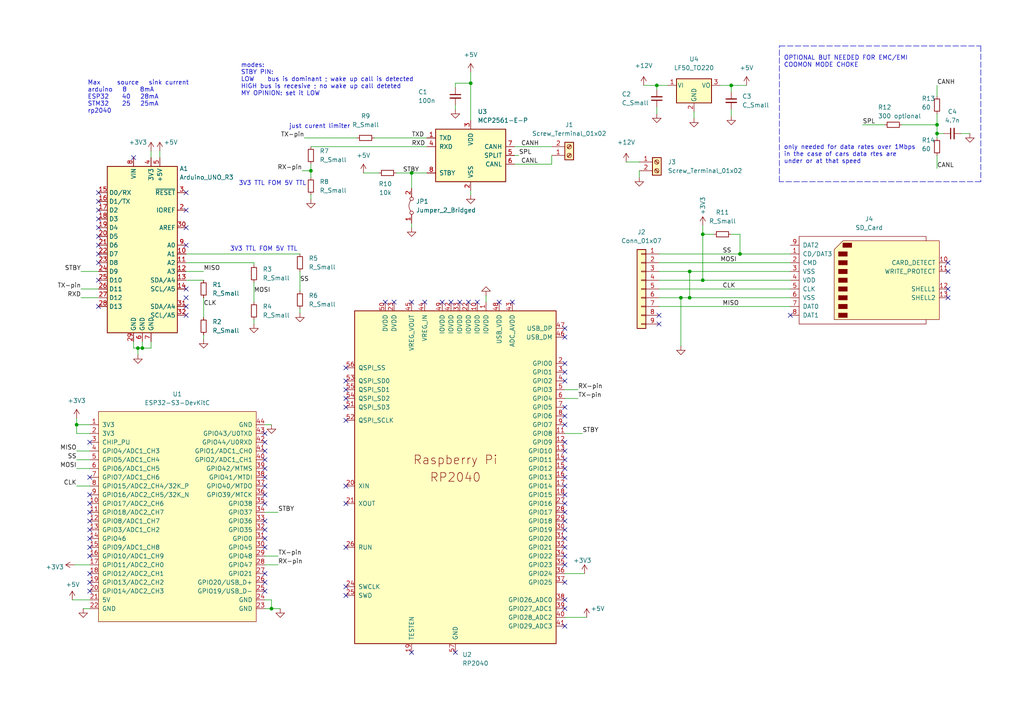
<source format=kicad_sch>
(kicad_sch (version 20211123) (generator eeschema)
  (paper "A4")
  (lib_symbols
    (symbol "Connector:SD_Card" (pin_names (offset 1.016))
      (property "Reference" "J" (at -16.51 13.97 0))
      (property "Value" "SD_Card" (at 15.24 -13.97 0))
      (symbol "SD_Card_0_1"
        (rectangle (start -8.89 -9.525) (end -6.35 -10.795) (fill (type outline)))
        (rectangle (start -8.89 -6.985) (end -6.35 -8.255) (fill (type outline)))
        (rectangle (start -8.89 -4.445) (end -6.35 -5.715) (fill (type outline)))
        (rectangle (start -8.89 -1.905) (end -6.35 -3.175) (fill (type outline)))
        (rectangle (start -8.89 0.635) (end -6.35 -0.635) (fill (type outline)))
        (rectangle (start -8.89 3.175) (end -6.35 1.905) (fill (type outline)))
        (rectangle (start -8.89 5.715) (end -6.35 4.445) (fill (type outline)))
        (rectangle (start -8.89 8.255) (end -6.35 6.985) (fill (type outline)))
        (rectangle (start -7.62 10.795) (end -5.08 9.525) (fill (type outline)))
        (polyline (pts (xy -10.16 8.89) (xy -7.62 11.43) (xy 20.32 11.43) (xy 20.32 -11.43) (xy -10.16 -11.43) (xy -10.16 8.89)) (fill (type background)))
        (polyline (pts (xy 16.51 11.43) (xy 16.51 12.7) (xy -20.32 12.7) (xy -20.32 -12.7) (xy 16.51 -12.7) (xy 16.51 -11.43)))
      )
      (symbol "SD_Card_1_1"
        (pin input line (at -22.86 7.62 0) (length 2.54) (name "CD/DAT3") (number "1"))
        (pin input line (at 22.86 5.08 180) (length 2.54) (name "CARD_DETECT") (number "10"))
        (pin input line (at 22.86 2.54 180) (length 2.54) (name "WRITE_PROTECT") (number "11"))
        (pin input line (at 22.86 -2.54 180) (length 2.54) (name "SHELL1") (number "12"))
        (pin input line (at 22.86 -5.08 180) (length 2.54) (name "SHELL2") (number "13"))
        (pin input line (at -22.86 5.08 0) (length 2.54) (name "CMD") (number "2"))
        (pin power_in line (at -22.86 2.54 0) (length 2.54) (name "VSS") (number "3"))
        (pin power_in line (at -22.86 0 0) (length 2.54) (name "VDD") (number "4"))
        (pin input line (at -22.86 -2.54 0) (length 2.54) (name "CLK") (number "5"))
        (pin power_in line (at -22.86 -5.08 0) (length 2.54) (name "VSS") (number "6"))
        (pin input line (at -22.86 -7.62 0) (length 2.54) (name "DAT0") (number "7"))
        (pin input line (at -22.86 -10.16 0) (length 2.54) (name "DAT1") (number "8"))
        (pin input line (at -22.86 10.16 0) (length 2.54) (name "DAT2") (number "9"))
      )
    )
    (symbol "Connector:Screw_Terminal_01x02" (pin_names (offset 1.016) hide)
      (property "Reference" "J" (at 0 2.54 0))
      (property "Value" "Screw_Terminal_01x02" (at 0 -5.08 0))
      (symbol "Screw_Terminal_01x02_1_1"
        (rectangle (start -1.27 1.27) (end 1.27 -3.81) (stroke (width 0.254)) (fill (type background)))
        (circle (center 0 -2.54) (radius 0.635) (stroke (width 0.1524)))
        (polyline (pts (xy -0.5334 -2.2098) (xy 0.3302 -3.048)) (stroke (width 0.1524)))
        (polyline (pts (xy -0.5334 0.3302) (xy 0.3302 -0.508)) (stroke (width 0.1524)))
        (polyline (pts (xy -0.3556 -2.032) (xy 0.508 -2.8702)) (stroke (width 0.1524)))
        (polyline (pts (xy -0.3556 0.508) (xy 0.508 -0.3302)) (stroke (width 0.1524)))
        (circle (center 0 0) (radius 0.635) (stroke (width 0.1524)))
        (pin passive line (at -5.08 0 0) (length 3.81) (name "Pin_1") (number "1"))
        (pin passive line (at -5.08 -2.54 0) (length 3.81) (name "Pin_2") (number "2"))
      )
    )
    (symbol "Connector_Generic:Conn_01x09" (pin_names (offset 1.016) hide)
      (property "Reference" "J" (at 0 12.7 0))
      (property "Value" "Conn_01x09" (at 0 -12.7 0))
      (symbol "Conn_01x09_1_1"
        (rectangle (start -1.27 -10.033) (end 0 -10.287) (stroke (width 0.1524)))
        (rectangle (start -1.27 -7.493) (end 0 -7.747) (stroke (width 0.1524)))
        (rectangle (start -1.27 -4.953) (end 0 -5.207) (stroke (width 0.1524)))
        (rectangle (start -1.27 -2.413) (end 0 -2.667) (stroke (width 0.1524)))
        (rectangle (start -1.27 0.127) (end 0 -0.127) (stroke (width 0.1524)))
        (rectangle (start -1.27 2.667) (end 0 2.413) (stroke (width 0.1524)))
        (rectangle (start -1.27 5.207) (end 0 4.953) (stroke (width 0.1524)))
        (rectangle (start -1.27 7.747) (end 0 7.493) (stroke (width 0.1524)))
        (rectangle (start -1.27 10.287) (end 0 10.033) (stroke (width 0.1524)))
        (rectangle (start -1.27 11.43) (end 1.27 -11.43) (stroke (width 0.254)) (fill (type background)))
        (pin passive line (at -5.08 10.16 0) (length 3.81) (name "Pin_1") (number "1"))
        (pin passive line (at -5.08 7.62 0) (length 3.81) (name "Pin_2") (number "2"))
        (pin passive line (at -5.08 5.08 0) (length 3.81) (name "Pin_3") (number "3"))
        (pin passive line (at -5.08 2.54 0) (length 3.81) (name "Pin_4") (number "4"))
        (pin passive line (at -5.08 0 0) (length 3.81) (name "Pin_5") (number "5"))
        (pin passive line (at -5.08 -2.54 0) (length 3.81) (name "Pin_6") (number "6"))
        (pin passive line (at -5.08 -5.08 0) (length 3.81) (name "Pin_7") (number "7"))
        (pin passive line (at -5.08 -7.62 0) (length 3.81) (name "Pin_8") (number "8"))
        (pin passive line (at -5.08 -10.16 0) (length 3.81) (name "Pin_9") (number "9"))
      )
    )
    (symbol "Device:C_Small" (pin_numbers hide) (pin_names (offset 0.254) hide)
      (property "Reference" "C" (at 0.254 1.778 0))
      (property "Value" "C_Small" (at 0.254 -2.032 0))
      (symbol "C_Small_0_1"
        (polyline (pts (xy -1.524 -0.508) (xy 1.524 -0.508)) (stroke (width 0.3302)))
        (polyline (pts (xy -1.524 0.508) (xy 1.524 0.508)) (stroke (width 0.3048)))
      )
      (symbol "C_Small_1_1"
        (pin passive line (at 0 2.54 270) (length 2.032) (name "~") (number "1"))
        (pin passive line (at 0 -2.54 90) (length 2.032) (name "~") (number "2"))
      )
    )
    (symbol "Device:R_Small" (pin_numbers hide) (pin_names (offset 0.254) hide)
      (property "Reference" "R" (at 0.762 0.508 0))
      (property "Value" "R_Small" (at 0.762 -1.016 0))
      (symbol "R_Small_0_1"
        (rectangle (start -0.762 1.778) (end 0.762 -1.778) (stroke (width 0.2032)))
      )
      (symbol "R_Small_1_1"
        (pin passive line (at 0 2.54 270) (length 0.762) (name "~") (number "1"))
        (pin passive line (at 0 -2.54 90) (length 0.762) (name "~") (number "2"))
      )
    )
    (symbol "Espressif:ESP32-S3-DevKitC" (pin_names (offset 1.016))
      (property "Reference" "U" (at -2.54 30.48 0))
      (property "Value" "ESP32-S3-DevKitC" (at 1.27 -33.02 0))
      (symbol "ESP32-S3-DevKitC_0_0"
        (pin bidirectional line (at -25.4 -7.62 0) (length 2.54) (name "GPIO46") (number "14"))
        (pin bidirectional line (at -25.4 -20.32 0) (length 2.54) (name "GPIO13/ADC2_CH2") (number "19"))
        (pin power_in line (at -25.4 22.86 0) (length 2.54) (name "3V3") (number "2"))
        (pin bidirectional line (at 25.4 12.7 180) (length 2.54) (name "GPIO42/MTMS") (number "39"))
        (pin bidirectional line (at 25.4 15.24 180) (length 2.54) (name "GPIO2/ADC1_CH1") (number "40"))
        (pin bidirectional line (at 25.4 17.78 180) (length 2.54) (name "GPIO1/ADC1_CH0") (number "41"))
        (pin bidirectional line (at 25.4 20.32 180) (length 2.54) (name "GPIO44/U0RXD") (number "42"))
        (pin bidirectional line (at 25.4 22.86 180) (length 2.54) (name "GPIO43/U0TXD") (number "43"))
        (pin power_in line (at 25.4 25.4 180) (length 2.54) (name "GND") (number "44"))
      )
      (symbol "ESP32-S3-DevKitC_0_1"
        (rectangle (start 22.86 -31.75) (end -22.86 29.21) (fill (type background)))
      )
      (symbol "ESP32-S3-DevKitC_1_1"
        (pin power_in line (at -25.4 25.4 0) (length 2.54) (name "3V3") (number "1"))
        (pin bidirectional line (at -25.4 2.54 0) (length 2.54) (name "GPIO17/ADC2_CH6") (number "10"))
        (pin bidirectional line (at -25.4 0 0) (length 2.54) (name "GPIO18/ADC2_CH7") (number "11"))
        (pin bidirectional line (at -25.4 -2.54 0) (length 2.54) (name "GPIO8/ADC1_CH7") (number "12"))
        (pin bidirectional line (at -25.4 -5.08 0) (length 2.54) (name "GPIO3/ADC1_CH2") (number "13"))
        (pin bidirectional line (at -25.4 -10.16 0) (length 2.54) (name "GPIO9/ADC1_CH8") (number "15"))
        (pin bidirectional line (at -25.4 -12.7 0) (length 2.54) (name "GPIO10/ADC1_CH9") (number "16"))
        (pin bidirectional line (at -25.4 -15.24 0) (length 2.54) (name "GPIO11/ADC2_CH0") (number "17"))
        (pin bidirectional line (at -25.4 -17.78 0) (length 2.54) (name "GPIO12/ADC2_CH1") (number "18"))
        (pin bidirectional line (at -25.4 -22.86 0) (length 2.54) (name "GPIO14/ADC2_CH3") (number "20"))
        (pin power_in line (at -25.4 -25.4 0) (length 2.54) (name "5V") (number "21"))
        (pin power_in line (at -25.4 -27.94 0) (length 2.54) (name "GND") (number "22"))
        (pin power_in line (at 25.4 -27.94 180) (length 2.54) (name "GND") (number "23"))
        (pin power_in line (at 25.4 -25.4 180) (length 2.54) (name "GND") (number "24"))
        (pin bidirectional line (at 25.4 -22.86 180) (length 2.54) (name "GPIO19/USB_D-") (number "25"))
        (pin bidirectional line (at 25.4 -20.32 180) (length 2.54) (name "GPIO20/USB_D+") (number "26"))
        (pin bidirectional line (at 25.4 -17.78 180) (length 2.54) (name "GPIO21") (number "27"))
        (pin bidirectional line (at 25.4 -15.24 180) (length 2.54) (name "GPIO47") (number "28"))
        (pin bidirectional line (at 25.4 -12.7 180) (length 2.54) (name "GPIO48") (number "29"))
        (pin input line (at -25.4 20.32 0) (length 2.54) (name "CHIP_PU") (number "3"))
        (pin bidirectional line (at 25.4 -10.16 180) (length 2.54) (name "GPIO45") (number "30"))
        (pin bidirectional line (at 25.4 -7.62 180) (length 2.54) (name "GPIO0") (number "31"))
        (pin bidirectional line (at 25.4 -5.08 180) (length 2.54) (name "GPIO35") (number "32"))
        (pin bidirectional line (at 25.4 -2.54 180) (length 2.54) (name "GPIO36") (number "33"))
        (pin bidirectional line (at 25.4 0 180) (length 2.54) (name "GPIO37") (number "34"))
        (pin bidirectional line (at 25.4 2.54 180) (length 2.54) (name "GPIO38") (number "35"))
        (pin bidirectional line (at 25.4 5.08 180) (length 2.54) (name "GPIO39/MTCK") (number "36"))
        (pin bidirectional line (at 25.4 7.62 180) (length 2.54) (name "GPIO40/MTDO") (number "37"))
        (pin bidirectional line (at 25.4 10.16 180) (length 2.54) (name "GPIO41/MTDI") (number "38"))
        (pin bidirectional line (at -25.4 17.78 0) (length 2.54) (name "GPIO4/ADC1_CH3") (number "4"))
        (pin bidirectional line (at -25.4 15.24 0) (length 2.54) (name "GPIO5/ADC1_CH4") (number "5"))
        (pin bidirectional line (at -25.4 12.7 0) (length 2.54) (name "GPIO6/ADC1_CH5") (number "6"))
        (pin bidirectional line (at -25.4 10.16 0) (length 2.54) (name "GPIO7/ADC1_CH6") (number "7"))
        (pin bidirectional line (at -25.4 7.62 0) (length 2.54) (name "GPIO15/ADC2_CH4/32K_P") (number "8"))
        (pin bidirectional line (at -25.4 5.08 0) (length 2.54) (name "GPIO16/ADC2_CH5/32K_N") (number "9"))
      )
    )
    (symbol "Interface_CAN_LIN:MCP2561-E-P" (pin_names (offset 1.016))
      (property "Reference" "U" (at -10.16 8.89 0))
      (property "Value" "MCP2561-E-P" (at 2.54 8.89 0))
      (symbol "MCP2561-E-P_0_1"
        (rectangle (start -10.16 7.62) (end 10.16 -7.62) (stroke (width 0.254)) (fill (type background)))
      )
      (symbol "MCP2561-E-P_1_1"
        (pin input line (at -12.7 5.08 0) (length 2.54) (name "TXD") (number "1"))
        (pin power_in line (at 0 -10.16 90) (length 2.54) (name "VSS") (number "2"))
        (pin power_in line (at 0 10.16 270) (length 2.54) (name "VDD") (number "3"))
        (pin output line (at -12.7 2.54 0) (length 2.54) (name "RXD") (number "4"))
        (pin passive line (at 12.7 0 180) (length 2.54) (name "SPLIT") (number "5"))
        (pin bidirectional line (at 12.7 -2.54 180) (length 2.54) (name "CANL") (number "6"))
        (pin bidirectional line (at 12.7 2.54 180) (length 2.54) (name "CANH") (number "7"))
        (pin input line (at -12.7 -5.08 0) (length 2.54) (name "STBY") (number "8"))
      )
    )
    (symbol "Jumper:Jumper_2_Bridged" (pin_names (offset 0) hide)
      (property "Reference" "JP" (at 0 1.905 0))
      (property "Value" "Jumper_2_Bridged" (at 0 -2.54 0))
      (symbol "Jumper_2_Bridged_0_0"
        (circle (center -2.032 0) (radius 0.508))
        (circle (center 2.032 0) (radius 0.508))
      )
      (symbol "Jumper_2_Bridged_0_1"
        (arc (start 1.524 0.254) (mid 0 0.762) (end -1.524 0.254))
      )
      (symbol "Jumper_2_Bridged_1_1"
        (pin passive line (at -5.08 0 0) (length 2.54) (name "A") (number "1"))
        (pin passive line (at 5.08 0 180) (length 2.54) (name "B") (number "2"))
      )
    )
    (symbol "MCU_Module:Arduino_UNO_R3"
      (property "Reference" "A" (at -10.16 23.495 0))
      (property "Value" "Arduino_UNO_R3" (at 5.08 -26.67 0))
      (symbol "Arduino_UNO_R3_0_1"
        (rectangle (start -10.16 22.86) (end 10.16 -25.4) (stroke (width 0.254)) (fill (type background)))
      )
      (symbol "Arduino_UNO_R3_1_1"
        (pin no_connect line (at -10.16 -20.32 0) (length 2.54) hide (name "NC") (number "1"))
        (pin bidirectional line (at 12.7 -2.54 180) (length 2.54) (name "A1") (number "10"))
        (pin bidirectional line (at 12.7 -5.08 180) (length 2.54) (name "A2") (number "11"))
        (pin bidirectional line (at 12.7 -7.62 180) (length 2.54) (name "A3") (number "12"))
        (pin bidirectional line (at 12.7 -10.16 180) (length 2.54) (name "SDA/A4") (number "13"))
        (pin bidirectional line (at 12.7 -12.7 180) (length 2.54) (name "SCL/A5") (number "14"))
        (pin bidirectional line (at -12.7 15.24 0) (length 2.54) (name "D0/RX") (number "15"))
        (pin bidirectional line (at -12.7 12.7 0) (length 2.54) (name "D1/TX") (number "16"))
        (pin bidirectional line (at -12.7 10.16 0) (length 2.54) (name "D2") (number "17"))
        (pin bidirectional line (at -12.7 7.62 0) (length 2.54) (name "D3") (number "18"))
        (pin bidirectional line (at -12.7 5.08 0) (length 2.54) (name "D4") (number "19"))
        (pin output line (at 12.7 10.16 180) (length 2.54) (name "IOREF") (number "2"))
        (pin bidirectional line (at -12.7 2.54 0) (length 2.54) (name "D5") (number "20"))
        (pin bidirectional line (at -12.7 0 0) (length 2.54) (name "D6") (number "21"))
        (pin bidirectional line (at -12.7 -2.54 0) (length 2.54) (name "D7") (number "22"))
        (pin bidirectional line (at -12.7 -5.08 0) (length 2.54) (name "D8") (number "23"))
        (pin bidirectional line (at -12.7 -7.62 0) (length 2.54) (name "D9") (number "24"))
        (pin bidirectional line (at -12.7 -10.16 0) (length 2.54) (name "D10") (number "25"))
        (pin bidirectional line (at -12.7 -12.7 0) (length 2.54) (name "D11") (number "26"))
        (pin bidirectional line (at -12.7 -15.24 0) (length 2.54) (name "D12") (number "27"))
        (pin bidirectional line (at -12.7 -17.78 0) (length 2.54) (name "D13") (number "28"))
        (pin power_in line (at -2.54 -27.94 90) (length 2.54) (name "GND") (number "29"))
        (pin input line (at 12.7 15.24 180) (length 2.54) (name "~{RESET}") (number "3"))
        (pin input line (at 12.7 5.08 180) (length 2.54) (name "AREF") (number "30"))
        (pin bidirectional line (at 12.7 -17.78 180) (length 2.54) (name "SDA/A4") (number "31"))
        (pin bidirectional line (at 12.7 -20.32 180) (length 2.54) (name "SCL/A5") (number "32"))
        (pin power_out line (at 2.54 25.4 270) (length 2.54) (name "3V3") (number "4"))
        (pin power_out line (at 5.08 25.4 270) (length 2.54) (name "+5V") (number "5"))
        (pin power_in line (at 0 -27.94 90) (length 2.54) (name "GND") (number "6"))
        (pin power_in line (at 2.54 -27.94 90) (length 2.54) (name "GND") (number "7"))
        (pin power_in line (at -2.54 25.4 270) (length 2.54) (name "VIN") (number "8"))
        (pin bidirectional line (at 12.7 0 180) (length 2.54) (name "A0") (number "9"))
      )
    )
    (symbol "MCU_RaspberryPi_and_Boards:RP2040" (pin_names (offset 1.016))
      (property "Reference" "U" (at -29.21 49.53 0))
      (property "Value" "RP2040" (at 24.13 -49.53 0))
      (symbol "RP2040_0_0"
        (text "Raspberry Pi" (at 0 5.08 0) (effects (font (size 2.54 2.54))))
        (text "RP2040" (at 0 0 0) (effects (font (size 2.54 2.54))))
      )
      (symbol "RP2040_0_1"
        (rectangle (start 29.21 48.26) (end -29.21 -48.26) (stroke (width 0.254)) (fill (type background)))
      )
      (symbol "RP2040_1_1"
        (pin power_in line (at 8.89 50.8 270) (length 2.54) (name "IOVDD") (number "1"))
        (pin power_in line (at 6.35 50.8 270) (length 2.54) (name "IOVDD") (number "10"))
        (pin bidirectional line (at 31.75 12.7 180) (length 2.54) (name "GPIO8") (number "11"))
        (pin bidirectional line (at 31.75 10.16 180) (length 2.54) (name "GPIO9") (number "12"))
        (pin bidirectional line (at 31.75 7.62 180) (length 2.54) (name "GPIO10") (number "13"))
        (pin bidirectional line (at 31.75 5.08 180) (length 2.54) (name "GPIO11") (number "14"))
        (pin bidirectional line (at 31.75 2.54 180) (length 2.54) (name "GPIO12") (number "15"))
        (pin bidirectional line (at 31.75 0 180) (length 2.54) (name "GPIO13") (number "16"))
        (pin bidirectional line (at 31.75 -2.54 180) (length 2.54) (name "GPIO14") (number "17"))
        (pin bidirectional line (at 31.75 -5.08 180) (length 2.54) (name "GPIO15") (number "18"))
        (pin passive line (at -12.7 -50.8 90) (length 2.54) (name "TESTEN") (number "19"))
        (pin bidirectional line (at 31.75 33.02 180) (length 2.54) (name "GPIO0") (number "2"))
        (pin input line (at -31.75 -2.54 0) (length 2.54) (name "XIN") (number "20"))
        (pin passive line (at -31.75 -7.62 0) (length 2.54) (name "XOUT") (number "21"))
        (pin power_in line (at 3.81 50.8 270) (length 2.54) (name "IOVDD") (number "22"))
        (pin power_in line (at -17.78 50.8 270) (length 2.54) (name "DVDD") (number "23"))
        (pin output line (at -31.75 -31.75 0) (length 2.54) (name "SWCLK") (number "24"))
        (pin bidirectional line (at -31.75 -34.29 0) (length 2.54) (name "SWD") (number "25"))
        (pin input line (at -31.75 -20.32 0) (length 2.54) (name "RUN") (number "26"))
        (pin bidirectional line (at 31.75 -7.62 180) (length 2.54) (name "GPIO16") (number "27"))
        (pin bidirectional line (at 31.75 -10.16 180) (length 2.54) (name "GPIO17") (number "28"))
        (pin bidirectional line (at 31.75 -12.7 180) (length 2.54) (name "GPIO18") (number "29"))
        (pin bidirectional line (at 31.75 30.48 180) (length 2.54) (name "GPIO1") (number "3"))
        (pin bidirectional line (at 31.75 -15.24 180) (length 2.54) (name "GPIO19") (number "30"))
        (pin bidirectional line (at 31.75 -17.78 180) (length 2.54) (name "GPIO20") (number "31"))
        (pin bidirectional line (at 31.75 -20.32 180) (length 2.54) (name "GPIO21") (number "32"))
        (pin power_in line (at 1.27 50.8 270) (length 2.54) (name "IOVDD") (number "33"))
        (pin bidirectional line (at 31.75 -22.86 180) (length 2.54) (name "GPIO22") (number "34"))
        (pin bidirectional line (at 31.75 -25.4 180) (length 2.54) (name "GPIO23") (number "35"))
        (pin bidirectional line (at 31.75 -27.94 180) (length 2.54) (name "GPIO24") (number "36"))
        (pin bidirectional line (at 31.75 -30.48 180) (length 2.54) (name "GPIO25") (number "37"))
        (pin bidirectional line (at 31.75 -35.56 180) (length 2.54) (name "GPIO26_ADC0") (number "38"))
        (pin bidirectional line (at 31.75 -38.1 180) (length 2.54) (name "GPIO27_ADC1") (number "39"))
        (pin bidirectional line (at 31.75 27.94 180) (length 2.54) (name "GPIO2") (number "4"))
        (pin bidirectional line (at 31.75 -40.64 180) (length 2.54) (name "GPIO28_ADC2") (number "40"))
        (pin bidirectional line (at 31.75 -43.18 180) (length 2.54) (name "GPIO29_ADC3") (number "41"))
        (pin power_in line (at -1.27 50.8 270) (length 2.54) (name "IOVDD") (number "42"))
        (pin power_in line (at 16.51 50.8 270) (length 2.54) (name "ADC_AVDD") (number "43"))
        (pin power_in line (at -8.89 50.8 270) (length 2.54) (name "VREG_IN") (number "44"))
        (pin power_out line (at -12.7 50.8 270) (length 2.54) (name "VREG_VOUT") (number "45"))
        (pin bidirectional line (at 31.75 40.64 180) (length 2.54) (name "USB_DM") (number "46"))
        (pin bidirectional line (at 31.75 43.18 180) (length 2.54) (name "USB_DP") (number "47"))
        (pin power_in line (at 12.7 50.8 270) (length 2.54) (name "USB_VDD") (number "48"))
        (pin power_in line (at -3.81 50.8 270) (length 2.54) (name "IOVDD") (number "49"))
        (pin bidirectional line (at 31.75 25.4 180) (length 2.54) (name "GPIO3") (number "5"))
        (pin power_in line (at -20.32 50.8 270) (length 2.54) (name "DVDD") (number "50"))
        (pin bidirectional line (at -31.75 20.32 0) (length 2.54) (name "QSPI_SD3") (number "51"))
        (pin output line (at -31.75 16.51 0) (length 2.54) (name "QSPI_SCLK") (number "52"))
        (pin bidirectional line (at -31.75 27.94 0) (length 2.54) (name "QSPI_SD0") (number "53"))
        (pin bidirectional line (at -31.75 22.86 0) (length 2.54) (name "QSPI_SD2") (number "54"))
        (pin bidirectional line (at -31.75 25.4 0) (length 2.54) (name "QSPI_SD1") (number "55"))
        (pin bidirectional line (at -31.75 31.75 0) (length 2.54) (name "QSPI_SS") (number "56"))
        (pin power_in line (at 0 -50.8 90) (length 2.54) (name "GND") (number "57"))
        (pin bidirectional line (at 31.75 22.86 180) (length 2.54) (name "GPIO4") (number "6"))
        (pin bidirectional line (at 31.75 20.32 180) (length 2.54) (name "GPIO5") (number "7"))
        (pin bidirectional line (at 31.75 17.78 180) (length 2.54) (name "GPIO6") (number "8"))
        (pin bidirectional line (at 31.75 15.24 180) (length 2.54) (name "GPIO7") (number "9"))
      )
    )
    (symbol "Regulator_Linear:LF50_TO220" (pin_names (offset 0.254))
      (property "Reference" "U" (at -3.81 3.175 0))
      (property "Value" "LF50_TO220" (at 0 3.175 0))
      (symbol "LF50_TO220_0_1"
        (rectangle (start -5.08 1.905) (end 5.08 -5.08) (stroke (width 0.254)) (fill (type background)))
      )
      (symbol "LF50_TO220_1_1"
        (pin power_in line (at -7.62 0 0) (length 2.54) (name "VI") (number "1"))
        (pin power_in line (at 0 -7.62 90) (length 2.54) (name "GND") (number "2"))
        (pin power_out line (at 7.62 0 180) (length 2.54) (name "VO") (number "3"))
      )
    )
    (symbol "power:+12V" (power) (pin_names (offset 0))
      (property "Value" "+12V" (at 0 3.556 0))
      (symbol "+12V_0_1"
        (polyline (pts (xy -0.762 1.27) (xy 0 2.54)))
        (polyline (pts (xy 0 0) (xy 0 2.54)))
        (polyline (pts (xy 0 2.54) (xy 0.762 1.27)))
      )
      (symbol "+12V_1_1"
        (pin power_in line (at 0 0 90) (length 0) hide (name "+12V") (number "1"))
      )
    )
    (symbol "power:+3V3" (power) (pin_names (offset 0))
      (property "Value" "+3V3" (at 0 3.556 0))
      (symbol "+3V3_0_1"
        (polyline (pts (xy -0.762 1.27) (xy 0 2.54)))
        (polyline (pts (xy 0 0) (xy 0 2.54)))
        (polyline (pts (xy 0 2.54) (xy 0.762 1.27)))
      )
      (symbol "+3V3_1_1"
        (pin power_in line (at 0 0 90) (length 0) hide (name "+3V3") (number "1"))
      )
    )
    (symbol "power:+5V" (power) (pin_names (offset 0))
      (property "Value" "+5V" (at 0 3.556 0))
      (symbol "+5V_0_1"
        (polyline (pts (xy -0.762 1.27) (xy 0 2.54)))
        (polyline (pts (xy 0 0) (xy 0 2.54)))
        (polyline (pts (xy 0 2.54) (xy 0.762 1.27)))
      )
      (symbol "+5V_1_1"
        (pin power_in line (at 0 0 90) (length 0) hide (name "+5V") (number "1"))
      )
    )
    (symbol "power:GND" (power) (pin_names (offset 0))
      (property "Value" "GND" (at 0 -3.81 0))
      (symbol "GND_0_1"
        (polyline (pts (xy 0 0) (xy 0 -1.27) (xy 1.27 -1.27) (xy 0 -2.54) (xy -1.27 -1.27) (xy 0 -1.27)))
      )
      (symbol "GND_1_1"
        (pin power_in line (at 0 0 270) (length 0) hide (name "GND") (number "1"))
      )
    )
  )
  (junction (at 200.025 86.36))
  (junction (at 271.78 38.735))
  (junction (at 78.74 176.53))
  (junction (at 197.485 86.36))
  (junction (at 90.17 49.53))
  (junction (at 190.5 24.765))
  (junction (at 203.835 81.28))
  (junction (at 203.835 67.945))
  (junction (at 22.225 123.19))
  (junction (at 136.525 24.13))
  (junction (at 200.025 78.74))
  (junction (at 40.005 100.965))
  (junction (at 41.275 100.965))
  (junction (at 119.38 50.165))
  (junction (at 214.63 73.66))
  (junction (at 212.09 24.765))
  (junction (at 271.78 36.195))
  (no_connect (at 229.235 91.44))
  (no_connect (at 191.135 91.44))
  (no_connect (at 191.135 93.98))
  (no_connect (at 76.835 151.13))
  (no_connect (at 53.975 60.96))
  (no_connect (at 53.975 55.88))
  (no_connect (at 163.83 168.91))
  (no_connect (at 26.035 143.51))
  (no_connect (at 163.83 153.67))
  (no_connect (at 163.83 110.49))
  (no_connect (at 26.035 138.43))
  (no_connect (at 76.835 166.37))
  (no_connect (at 163.83 118.11))
  (no_connect (at 28.575 68.58))
  (no_connect (at 76.835 138.43))
  (no_connect (at 28.575 88.9))
  (no_connect (at 76.835 140.97))
  (no_connect (at 163.83 181.61))
  (no_connect (at 53.975 86.36))
  (no_connect (at 28.575 81.28))
  (no_connect (at 28.575 71.12))
  (no_connect (at 26.035 128.27))
  (no_connect (at 28.575 66.04))
  (no_connect (at 163.83 138.43))
  (no_connect (at 26.035 168.91))
  (no_connect (at 26.035 151.13))
  (no_connect (at 28.575 73.66))
  (no_connect (at 274.955 86.36))
  (no_connect (at 274.955 76.2))
  (no_connect (at 274.955 78.74))
  (no_connect (at 274.955 83.82))
  (no_connect (at 100.33 121.92))
  (no_connect (at 53.975 88.9))
  (no_connect (at 38.735 45.72))
  (no_connect (at 76.835 168.91))
  (no_connect (at 28.575 76.2))
  (no_connect (at 163.83 146.05))
  (no_connect (at 100.33 115.57))
  (no_connect (at 163.83 158.75))
  (no_connect (at 100.33 110.49))
  (no_connect (at 100.33 113.03))
  (no_connect (at 163.83 133.35))
  (no_connect (at 26.035 148.59))
  (no_connect (at 53.975 91.44))
  (no_connect (at 163.83 163.83))
  (no_connect (at 163.83 95.25))
  (no_connect (at 163.83 135.89))
  (no_connect (at 163.83 148.59))
  (no_connect (at 26.035 146.05))
  (no_connect (at 26.035 166.37))
  (no_connect (at 26.035 153.67))
  (no_connect (at 163.83 151.13))
  (no_connect (at 163.83 128.27))
  (no_connect (at 163.83 130.81))
  (no_connect (at 28.575 55.88))
  (no_connect (at 163.83 107.95))
  (no_connect (at 28.575 60.96))
  (no_connect (at 28.575 63.5))
  (no_connect (at 76.835 146.05))
  (no_connect (at 26.035 161.29))
  (no_connect (at 163.83 105.41))
  (no_connect (at 76.835 158.75))
  (no_connect (at 76.835 143.51))
  (no_connect (at 76.835 125.73))
  (no_connect (at 163.83 176.53))
  (no_connect (at 76.835 133.35))
  (no_connect (at 163.83 120.65))
  (no_connect (at 53.975 66.04))
  (no_connect (at 163.83 123.19))
  (no_connect (at 26.035 158.75))
  (no_connect (at 26.035 171.45))
  (no_connect (at 53.975 71.12))
  (no_connect (at 163.83 161.29))
  (no_connect (at 163.83 97.79))
  (no_connect (at 76.835 128.27))
  (no_connect (at 76.835 171.45))
  (no_connect (at 100.33 170.18))
  (no_connect (at 100.33 146.05))
  (no_connect (at 100.33 172.72))
  (no_connect (at 100.33 158.75))
  (no_connect (at 132.08 189.23))
  (no_connect (at 119.38 189.23))
  (no_connect (at 100.33 140.97))
  (no_connect (at 135.89 87.63))
  (no_connect (at 128.27 87.63))
  (no_connect (at 138.43 87.63))
  (no_connect (at 133.35 87.63))
  (no_connect (at 130.81 87.63))
  (no_connect (at 148.59 87.63))
  (no_connect (at 144.78 87.63))
  (no_connect (at 114.3 87.63))
  (no_connect (at 119.38 87.63))
  (no_connect (at 111.76 87.63))
  (no_connect (at 123.19 87.63))
  (no_connect (at 26.035 156.21))
  (no_connect (at 163.83 143.51))
  (no_connect (at 100.33 106.68))
  (no_connect (at 76.835 156.21))
  (no_connect (at 100.33 118.11))
  (no_connect (at 163.83 140.97))
  (no_connect (at 76.835 153.67))
  (no_connect (at 76.835 130.81))
  (no_connect (at 28.575 58.42))
  (no_connect (at 76.835 135.89))
  (no_connect (at 163.83 173.99))
  (no_connect (at 163.83 156.21))
  (no_connect (at 53.975 83.82))
  (wire (pts (xy 136.525 24.13) (xy 136.525 34.925)))
  (wire (pts (xy 214.63 67.945) (xy 214.63 73.66)))
  (wire (pts (xy 76.835 123.19) (xy 78.74 123.19)))
  (wire (pts (xy 76.835 161.29) (xy 80.645 161.29)))
  (wire (pts (xy 271.78 33.02) (xy 271.78 36.195)))
  (wire (pts (xy 59.055 86.36) (xy 59.055 92.075)))
  (wire (pts (xy 271.78 36.195) (xy 271.78 38.735)))
  (wire (pts (xy 190.5 31.115) (xy 190.5 33.02)))
  (wire (pts (xy 38.735 99.06) (xy 38.735 100.965)))
  (wire (pts (xy 201.295 32.385) (xy 201.295 34.29)))
  (wire (pts (xy 200.025 78.74) (xy 200.025 86.36)))
  (wire (pts (xy 22.225 123.19) (xy 22.225 125.73)))
  (wire (pts (xy 271.78 38.735) (xy 271.78 40.005)))
  (wire (pts (xy 86.995 89.535) (xy 86.995 90.805)))
  (wire (pts (xy 108.585 40.005) (xy 123.825 40.005)))
  (wire (pts (xy 191.135 78.74) (xy 200.025 78.74)))
  (wire (pts (xy 271.78 24.765) (xy 271.78 27.94)))
  (wire (pts (xy 271.78 38.735) (xy 273.685 38.735)))
  (wire (pts (xy 212.09 31.75) (xy 212.09 33.655)))
  (wire (pts (xy 190.5 24.765) (xy 193.675 24.765)))
  (wire (pts (xy 86.995 78.74) (xy 86.995 84.455)))
  (wire (pts (xy 87.63 49.53) (xy 90.17 49.53)))
  (wire (pts (xy 22.225 125.73) (xy 26.035 125.73)))
  (wire (pts (xy 190.5 24.765) (xy 190.5 26.035)))
  (wire (pts (xy 163.83 115.57) (xy 167.64 115.57)))
  (wire (pts (xy 136.525 55.245) (xy 136.525 56.515)))
  (wire (pts (xy 132.08 24.13) (xy 136.525 24.13)))
  (wire (pts (xy 212.09 24.765) (xy 212.09 26.67)))
  (wire (pts (xy 40.005 100.965) (xy 41.275 100.965)))
  (wire (pts (xy 53.975 78.74) (xy 59.055 78.74)))
  (wire (pts (xy 149.225 42.545) (xy 160.02 42.545)))
  (wire (pts (xy 149.225 45.085) (xy 150.495 45.085)))
  (wire (pts (xy 20.955 173.99) (xy 26.035 173.99)))
  (wire (pts (xy 203.835 81.28) (xy 229.235 81.28)))
  (wire (pts (xy 212.09 67.945) (xy 214.63 67.945)))
  (wire (pts (xy 119.38 50.165) (xy 119.38 54.61)))
  (wire (pts (xy 119.38 64.77) (xy 119.38 66.04)))
  (wire (pts (xy 38.735 100.965) (xy 40.005 100.965)))
  (wire (pts (xy 73.66 92.71) (xy 73.66 93.98)))
  (polyline (pts (xy 226.06 52.705) (xy 226.06 13.335)))
  (wire (pts (xy 22.225 140.97) (xy 26.035 140.97)))
  (wire (pts (xy 191.135 83.82) (xy 229.235 83.82)))
  (wire (pts (xy 250.19 36.195) (xy 256.54 36.195)))
  (wire (pts (xy 105.41 50.165) (xy 109.855 50.165)))
  (wire (pts (xy 160.02 45.085) (xy 160.02 47.625)))
  (wire (pts (xy 41.275 99.06) (xy 41.275 100.965)))
  (wire (pts (xy 197.485 86.36) (xy 200.025 86.36)))
  (wire (pts (xy 140.97 87.63) (xy 140.97 85.725)))
  (wire (pts (xy 132.08 31.75) (xy 132.08 30.48)))
  (wire (pts (xy 23.495 86.36) (xy 28.575 86.36)))
  (wire (pts (xy 23.495 78.74) (xy 28.575 78.74)))
  (wire (pts (xy 40.005 100.965) (xy 40.005 102.87)))
  (polyline (pts (xy 226.06 13.335) (xy 284.48 13.335)))
  (wire (pts (xy 43.815 99.06) (xy 43.815 100.965)))
  (wire (pts (xy 76.835 176.53) (xy 78.74 176.53)))
  (wire (pts (xy 73.66 76.2) (xy 73.66 76.835)))
  (wire (pts (xy 114.935 50.165) (xy 119.38 50.165)))
  (wire (pts (xy 41.275 100.965) (xy 43.815 100.965)))
  (wire (pts (xy 78.74 176.53) (xy 81.28 176.53)))
  (wire (pts (xy 191.135 76.2) (xy 229.235 76.2)))
  (wire (pts (xy 136.525 20.955) (xy 136.525 24.13)))
  (wire (pts (xy 23.495 83.82) (xy 28.575 83.82)))
  (wire (pts (xy 76.835 163.83) (xy 80.645 163.83)))
  (wire (pts (xy 53.975 81.28) (xy 59.055 81.28)))
  (wire (pts (xy 278.765 38.735) (xy 281.305 38.735)))
  (wire (pts (xy 191.135 73.66) (xy 214.63 73.66)))
  (wire (pts (xy 26.035 176.53) (xy 24.13 176.53)))
  (wire (pts (xy 208.915 24.765) (xy 212.09 24.765)))
  (wire (pts (xy 22.225 133.35) (xy 26.035 133.35)))
  (wire (pts (xy 43.815 43.815) (xy 43.815 45.72)))
  (wire (pts (xy 76.835 148.59) (xy 80.645 148.59)))
  (wire (pts (xy 119.38 50.165) (xy 123.825 50.165)))
  (wire (pts (xy 132.08 25.4) (xy 132.08 24.13)))
  (wire (pts (xy 88.265 40.005) (xy 103.505 40.005)))
  (wire (pts (xy 53.975 73.66) (xy 86.995 73.66)))
  (wire (pts (xy 200.025 78.74) (xy 229.235 78.74)))
  (wire (pts (xy 191.135 86.36) (xy 197.485 86.36)))
  (wire (pts (xy 78.74 173.99) (xy 78.74 176.53)))
  (wire (pts (xy 168.91 125.73) (xy 163.83 125.73)))
  (wire (pts (xy 76.835 173.99) (xy 78.74 173.99)))
  (wire (pts (xy 149.225 47.625) (xy 160.02 47.625)))
  (wire (pts (xy 170.18 179.07) (xy 163.83 179.07)))
  (wire (pts (xy 90.17 47.625) (xy 90.17 49.53)))
  (wire (pts (xy 73.66 81.915) (xy 73.66 87.63)))
  (polyline (pts (xy 284.48 13.335) (xy 284.48 52.705)))
  (wire (pts (xy 169.545 166.37) (xy 163.83 166.37)))
  (wire (pts (xy 203.835 67.945) (xy 203.835 81.28)))
  (wire (pts (xy 191.135 81.28) (xy 203.835 81.28)))
  (wire (pts (xy 203.835 65.405) (xy 203.835 67.945)))
  (wire (pts (xy 191.135 88.9) (xy 229.235 88.9)))
  (wire (pts (xy 163.83 113.03) (xy 167.64 113.03)))
  (wire (pts (xy 22.225 130.81) (xy 26.035 130.81)))
  (wire (pts (xy 212.09 24.765) (xy 216.535 24.765)))
  (wire (pts (xy 181.61 46.99) (xy 185.42 46.99)))
  (wire (pts (xy 271.78 45.085) (xy 271.78 48.895)))
  (wire (pts (xy 90.17 42.545) (xy 123.825 42.545)))
  (wire (pts (xy 214.63 73.66) (xy 229.235 73.66)))
  (wire (pts (xy 53.975 76.2) (xy 73.66 76.2)))
  (wire (pts (xy 261.62 36.195) (xy 271.78 36.195)))
  (wire (pts (xy 185.42 49.53) (xy 185.42 51.435)))
  (wire (pts (xy 197.485 86.36) (xy 197.485 100.33)))
  (wire (pts (xy 22.225 121.285) (xy 22.225 123.19)))
  (wire (pts (xy 90.17 56.515) (xy 90.17 57.785)))
  (wire (pts (xy 59.055 97.155) (xy 59.055 98.425)))
  (wire (pts (xy 46.355 43.815) (xy 46.355 45.72)))
  (polyline (pts (xy 284.48 52.705) (xy 226.06 52.705)))
  (wire (pts (xy 22.225 123.19) (xy 26.035 123.19)))
  (wire (pts (xy 186.69 24.765) (xy 190.5 24.765)))
  (wire (pts (xy 21.59 163.83) (xy 26.035 163.83)))
  (wire (pts (xy 22.225 135.89) (xy 26.035 135.89)))
  (wire (pts (xy 203.835 67.945) (xy 207.01 67.945)))
  (wire (pts (xy 90.17 49.53) (xy 90.17 51.435)))
  (wire (pts (xy 200.025 86.36) (xy 229.235 86.36)))
  (text "Max     source   sink current \narduino   8    8mA\nESP32    40   28mA\nSTM32    25   25mA\nrp2040" (at 25.4 33.02 0) (effects (font (size 1.27 1.27)) (justify left bottom)))
  (text "modes:\nSTBY PIN:\nLOW    bus is dominant ; wake up call is detected\nHIGH bus is recesive ; no wake up call deteted\nMY OPINION: set it LOW" (at 69.85 27.94 0) (effects (font (size 1.27 1.27)) (justify left bottom)))
  (text "3V3 TTL FOM 5V TTL" (at 66.675 73.025 0) (effects (font (size 1.27 1.27)) (justify left bottom)))
  (text "OPTIONAL BUT NEEDED FOR EMC/EMI\nCOOMON MODE CHOKE" (at 227.33 19.685 0) (effects (font (size 1.27 1.27)) (justify left bottom)))
  (text "just curent limiter" (at 83.82 37.465 0) (effects (font (size 1.27 1.27)) (justify left bottom)))
  (text "only needed for data rates over 1Mbps\nin the case of cars data rtes are\nunder or at that speed" (at 227.33 47.625 0) (effects (font (size 1.27 1.27)) (justify left bottom)))
  (text "3V3 TTL FOM 5V TTL" (at 69.215 53.975 0) (effects (font (size 1.27 1.27)) (justify left bottom)))
  (label "SS" (at 86.995 81.915 0))
  (label "TX-pin" (at 167.64 115.57 0))
  (label "RX-pin" (at 80.645 163.83 0))
  (label "TX-pin" (at 80.645 161.29 0))
  (label "STBY" (at 23.495 78.74 180))
  (label "RXD" (at 119.38 42.545 0))
  (label "SPL" (at 150.495 45.085 0))
  (label "CLK" (at 209.55 83.82 0))
  (label "TXD" (at 119.38 40.005 0))
  (label "MOSI" (at 22.225 135.89 180))
  (label "STBY" (at 80.645 148.59 0))
  (label "MISO" (at 209.55 88.9 0))
  (label "MISO" (at 22.225 130.81 180))
  (label "CANH" (at 151.13 42.545 0))
  (label "MOSI" (at 73.66 85.09 0))
  (label "TX-pin" (at 23.495 83.82 180))
  (label "RX-pin" (at 87.63 49.53 180))
  (label "STBY" (at 116.84 50.165 0))
  (label "SS" (at 209.55 73.66 0))
  (label "CLK" (at 22.225 140.97 180))
  (label "CANH" (at 271.78 24.765 0))
  (label "SS" (at 22.225 133.35 180))
  (label "RX-pin" (at 167.64 113.03 0))
  (label "TX-pin" (at 88.265 40.005 180))
  (label "RXD" (at 23.495 86.36 180))
  (label "STBY" (at 168.91 125.73 0))
  (label "MISO" (at 59.055 78.74 0))
  (label "CLK" (at 59.055 88.9 0))
  (label "CANL" (at 271.78 48.895 0))
  (label "CANL" (at 151.13 47.625 0))
  (label "SPL" (at 250.19 36.195 0))
  (label "MOSI" (at 208.915 76.2 0))
  (symbol (lib_id "power:+5V") (at 216.535 24.765 0) (unit 1)
    (property "Reference" "#PWR030" (effects hide))
    (property "Value" "+5V" (at 216.535 19.685 0))
  )
  (symbol (lib_id "power:+5V") (at 20.955 173.99 0) (unit 1)
    (property "Reference" "#PWR01" (effects hide))
    (property "Value" "+5V" (at 19.05 169.545 0) (effects (justify left)))
  )
  (symbol (lib_id "power:GND") (at 197.485 100.33 0) (unit 1)
    (property "Reference" "#PWR026" (effects hide))
    (property "Value" "GND" (effects hide))
  )
  (symbol (lib_id "power:GND") (at 81.28 176.53 0) (unit 1)
    (property "Reference" "#PWR011" (effects hide))
    (property "Value" "GND" (effects hide))
  )
  (symbol (lib_id "Connector_Generic:Conn_01x09") (at 186.055 83.82 0) (mirror y) (unit 1)
    (property "Reference" "J2" (at 186.055 67.31 0))
    (property "Value" "Conn_01x07" (at 186.055 69.85 0))
    (property "Footprint" "Connector_PinHeader_2.54mm:PinHeader_1x07_P2.54mm_Vertical" (effects hide))
  )
  (symbol (lib_id "Connector:Screw_Terminal_01x02") (at 165.1 45.085 0) (mirror x) (unit 1)
    (property "Reference" "J1" (at 165.1 36.195 0))
    (property "Value" "Screw_Terminal_01x02" (at 165.1 38.735 0))
    (property "Footprint" "TerminalBlock:TerminalBlock_Altech_AK300-2_P5.00mm" (effects hide))
  )
  (symbol (lib_id "power:GND") (at 201.295 34.29 0) (unit 1)
    (property "Reference" "#PWR027" (effects hide))
    (property "Value" "GND" (effects hide))
  )
  (symbol (lib_id "Device:R_Small") (at 86.995 86.995 0) (unit 1)
    (property "Reference" "R6" (at 89.535 85.7249 0) (effects (justify left)))
    (property "Value" "R_Small" (at 89.535 88.2649 0) (effects (justify left)))
    (property "Footprint" "Resistor_THT:R_Axial_DIN0204_L3.6mm_D1.6mm_P5.08mm_Horizontal" (effects hide))
  )
  (symbol (lib_id "Device:R_Small") (at 112.395 50.165 270) (unit 1)
    (property "Reference" "R10" (at 111.76 53.34 90))
    (property "Value" "10k" (at 111.76 55.88 90))
    (property "Footprint" "Resistor_THT:R_Axial_DIN0204_L3.6mm_D1.6mm_P5.08mm_Horizontal" (effects hide))
  )
  (symbol (lib_id "power:GND") (at 190.5 33.02 0) (unit 1)
    (property "Reference" "#PWR025" (effects hide))
    (property "Value" "GND" (effects hide))
  )
  (symbol (lib_id "power:GND") (at 185.42 51.435 0) (unit 1)
    (property "Reference" "#PWR023" (effects hide))
    (property "Value" "GND" (effects hide))
  )
  (symbol (lib_id "Device:R_Small") (at 209.55 67.945 90) (unit 1)
    (property "Reference" "R11" (at 209.55 61.595 90))
    (property "Value" "R_Small" (at 209.55 64.135 90))
    (property "Footprint" "Resistor_THT:R_Axial_DIN0204_L3.6mm_D1.6mm_P5.08mm_Horizontal" (effects hide))
  )
  (symbol (lib_id "Device:R_Small") (at 271.78 42.545 0) (unit 1)
    (property "Reference" "R14" (at 267.335 40.64 0) (effects (justify left)))
    (property "Value" "60" (at 267.335 43.18 0) (effects (justify left)))
    (property "Footprint" "Resistor_THT:R_Axial_DIN0204_L3.6mm_D1.6mm_P5.08mm_Horizontal" (effects hide))
  )
  (symbol (lib_id "Device:R_Small") (at 59.055 83.82 0) (unit 1)
    (property "Reference" "R1" (at 61.595 82.5499 0) (effects (justify left)))
    (property "Value" "R_Small" (at 61.595 85.0899 0) (effects (justify left)))
    (property "Footprint" "Resistor_THT:R_Axial_DIN0204_L3.6mm_D1.6mm_P5.08mm_Horizontal" (effects hide))
  )
  (symbol (lib_id "power:GND") (at 73.66 93.98 0) (unit 1)
    (property "Reference" "#PWR09" (effects hide))
    (property "Value" "GND" (effects hide))
  )
  (symbol (lib_id "power:GND") (at 59.055 98.425 0) (unit 1)
    (property "Reference" "#PWR08" (effects hide))
    (property "Value" "GND" (effects hide))
  )
  (symbol (lib_id "power:+3V3") (at 43.815 43.815 0) (unit 1)
    (property "Reference" "#PWR06" (effects hide))
    (property "Value" "+3V3" (at 40.005 41.275 0))
  )
  (symbol (lib_id "Device:C_Small") (at 276.225 38.735 90) (unit 1)
    (property "Reference" "C4" (at 276.2313 32.385 90))
    (property "Value" "4.7n" (at 276.2313 34.925 90))
    (property "Footprint" "Capacitor_THT:C_Disc_D4.3mm_W1.9mm_P5.00mm" (effects hide))
  )
  (symbol (lib_id "MCU_Module:Arduino_UNO_R3") (at 41.275 71.12 0) (unit 1)
    (property "Reference" "A1" (at 52.07 48.895 0) (effects (justify left)))
    (property "Value" "Arduino_UNO_R3" (at 52.07 51.435 0) (effects (justify left)))
    (property "Footprint" "Module:Arduino_UNO_R3" (effects hide))
    (property "Datasheet" "https://www.arduino.cc/en/Main/arduinoBoardUno" (effects hide))
  )
  (symbol (lib_id "Device:C_Small") (at 212.09 29.21 0) (unit 1)
    (property "Reference" "C3" (at 215.265 27.9462 0) (effects (justify left)))
    (property "Value" "C_Small" (at 215.265 30.4862 0) (effects (justify left)))
    (property "Footprint" "Capacitor_THT:C_Disc_D4.3mm_W1.9mm_P5.00mm" (effects hide))
  )
  (symbol (lib_id "Device:R_Small") (at 73.66 79.375 0) (unit 1)
    (property "Reference" "R3" (at 76.2 78.1049 0) (effects (justify left)))
    (property "Value" "R_Small" (at 76.2 80.6449 0) (effects (justify left)))
    (property "Footprint" "Resistor_THT:R_Axial_DIN0204_L3.6mm_D1.6mm_P5.08mm_Horizontal" (effects hide))
  )
  (symbol (lib_id "power:GND") (at 86.995 90.805 0) (unit 1)
    (property "Reference" "#PWR012" (effects hide))
    (property "Value" "GND" (effects hide))
  )
  (symbol (lib_id "Device:R_Small") (at 106.045 40.005 90) (unit 1)
    (property "Reference" "R9" (at 106.045 33.655 90))
    (property "Value" "R_Small" (at 106.045 36.195 90))
    (property "Footprint" "Resistor_THT:R_Axial_DIN0204_L3.6mm_D1.6mm_P5.08mm_Horizontal" (effects hide))
  )
  (symbol (lib_id "power:GND") (at 140.97 85.725 180) (unit 1)
    (property "Reference" "#PWR019" (effects hide))
    (property "Value" "GND" (effects hide))
  )
  (symbol (lib_id "power:+3V3") (at 203.835 65.405 0) (unit 1)
    (property "Reference" "#PWR028" (effects hide))
    (property "Value" "+3V3" (at 203.835 59.69 90))
  )
  (symbol (lib_id "Device:C_Small") (at 190.5 28.575 180) (unit 1)
    (property "Reference" "C2" (at 180.34 27.305 0) (effects (justify right)))
    (property "Value" "C_Small" (at 180.34 29.845 0) (effects (justify right)))
    (property "Footprint" "Capacitor_THT:C_Disc_D4.3mm_W1.9mm_P5.00mm" (effects hide))
  )
  (symbol (lib_id "Device:R_Small") (at 59.055 94.615 0) (unit 1)
    (property "Reference" "R2" (at 61.595 93.3449 0) (effects (justify left)))
    (property "Value" "R_Small" (at 61.595 95.8849 0) (effects (justify left)))
    (property "Footprint" "Resistor_THT:R_Axial_DIN0204_L3.6mm_D1.6mm_P5.08mm_Horizontal" (effects hide))
  )
  (symbol (lib_id "power:GND") (at 136.525 56.515 0) (unit 1)
    (property "Reference" "#PWR018" (effects hide))
    (property "Value" "GND" (effects hide))
  )
  (symbol (lib_id "Device:R_Small") (at 271.78 30.48 0) (unit 1)
    (property "Reference" "R13" (at 267.335 28.575 0) (effects (justify left)))
    (property "Value" "60" (at 267.335 31.115 0) (effects (justify left)))
    (property "Footprint" "Resistor_THT:R_Axial_DIN0204_L3.6mm_D1.6mm_P5.08mm_Horizontal" (effects hide))
  )
  (symbol (lib_id "Device:R_Small") (at 90.17 53.975 0) (unit 1)
    (property "Reference" "R8" (at 92.71 52.7049 0) (effects (justify left)))
    (property "Value" "R_Small" (at 92.71 55.2449 0) (effects (justify left)))
    (property "Footprint" "Resistor_THT:R_Axial_DIN0204_L3.6mm_D1.6mm_P5.08mm_Horizontal" (effects hide))
  )
  (symbol (lib_id "Device:R_Small") (at 259.08 36.195 270) (unit 1)
    (property "Reference" "R12" (at 254.635 31.115 90) (effects (justify left)))
    (property "Value" "300 optional" (at 254.635 33.655 90) (effects (justify left)))
    (property "Footprint" "Resistor_THT:R_Axial_DIN0204_L3.6mm_D1.6mm_P5.08mm_Horizontal" (effects hide))
  )
  (symbol (lib_id "power:+3V3") (at 169.545 166.37 0) (unit 1)
    (property "Reference" "#PWR020" (effects hide))
    (property "Value" "+3V3" (at 168.91 162.56 0))
  )
  (symbol (lib_id "power:+5V") (at 105.41 50.165 0) (unit 1)
    (property "Reference" "#PWR014" (effects hide))
    (property "Value" "+5V" (at 105.41 45.085 0))
  )
  (symbol (lib_id "Interface_CAN_LIN:MCP2561-E-P") (at 136.525 45.085 0) (unit 1)
    (property "Reference" "U3" (at 138.5444 32.385 0) (effects (justify left)))
    (property "Value" "MCP2561-E-P" (at 138.5444 34.925 0) (effects (justify left)))
    (property "Footprint" "Package_DIP:DIP-8_W7.62mm_LongPads" (effects hide))
    (property "Datasheet" "http://ww1.microchip.com/downloads/en/DeviceDoc/25167A.pdf" (effects hide))
  )
  (symbol (lib_id "power:GND") (at 40.005 102.87 0) (unit 1)
    (property "Reference" "#PWR05" (effects hide))
    (property "Value" "GND" (effects hide))
  )
  (symbol (lib_id "Connector:Screw_Terminal_01x02") (at 190.5 46.99 0) (unit 1)
    (property "Reference" "J3" (at 193.675 46.9899 0) (effects (justify left)))
    (property "Value" "Screw_Terminal_01x02" (at 193.675 49.5299 0) (effects (justify left)))
    (property "Footprint" "TerminalBlock:TerminalBlock_Altech_AK300-2_P5.00mm" (effects hide))
  )
  (symbol (lib_id "power:+3V3") (at 21.59 163.83 90) (unit 1)
    (property "Reference" "#PWR02" (effects hide))
    (property "Value" "+3V3" (at 15.875 164.465 90))
  )
  (symbol (lib_id "power:GND") (at 78.74 123.19 0) (unit 1)
    (property "Reference" "#PWR010" (effects hide))
    (property "Value" "GND" (effects hide))
  )
  (symbol (lib_id "Regulator_Linear:LF50_TO220") (at 201.295 24.765 0) (unit 1)
    (property "Reference" "U4" (at 201.295 17.145 0))
    (property "Value" "LF50_TO220" (at 201.295 19.685 0))
    (property "Footprint" "Package_TO_SOT_THT:TO-220-3_Vertical" (effects hide))
    (property "Datasheet" "http://www.st.com/content/ccc/resource/technical/document/datasheet/c4/0e/7e/2a/be/bc/4c/bd/CD00000546.pdf/files/CD00000546.pdf/jcr:content/translations/en.CD00000546.pdf" (effects hide))
  )
  (symbol (lib_id "power:GND") (at 212.09 33.655 0) (unit 1)
    (property "Reference" "#PWR029" (effects hide))
    (property "Value" "GND" (effects hide))
  )
  (symbol (lib_id "power:+3V3") (at 22.225 121.285 0) (unit 1)
    (property "Reference" "#PWR03" (effects hide))
    (property "Value" "+3V3" (at 22.225 116.205 0))
  )
  (symbol (lib_id "power:+12V") (at 181.61 46.99 0) (unit 1)
    (property "Reference" "#PWR022" (effects hide))
    (property "Value" "+12V" (at 181.61 41.275 0))
  )
  (symbol (lib_id "Device:R_Small") (at 90.17 45.085 0) (unit 1)
    (property "Reference" "R7" (at 92.71 43.8149 0) (effects (justify left)))
    (property "Value" "R_Small" (at 92.71 46.3549 0) (effects (justify left)))
    (property "Footprint" "Resistor_THT:R_Axial_DIN0204_L3.6mm_D1.6mm_P5.08mm_Horizontal" (effects hide))
  )
  (symbol (lib_id "Device:C_Small") (at 132.08 27.94 0) (unit 1)
    (property "Reference" "C1" (at 121.285 26.67 0) (effects (justify left)))
    (property "Value" "100n" (at 121.285 29.21 0) (effects (justify left)))
    (property "Footprint" "Capacitor_THT:C_Disc_D4.3mm_W1.9mm_P5.00mm" (effects hide))
  )
  (symbol (lib_id "Connector:SD_Card") (at 252.095 81.28 0) (unit 1)
    (property "Reference" "J4" (at 252.095 63.5 0))
    (property "Value" "SD_Card" (at 252.095 66.04 0))
    (property "Datasheet" "http://portal.fciconnect.com/Comergent//fci/drawing/10067847.pdf" (effects hide))
  )
  (symbol (lib_id "power:GND") (at 90.17 57.785 0) (unit 1)
    (property "Reference" "#PWR013" (effects hide))
    (property "Value" "GND" (effects hide))
  )
  (symbol (lib_id "power:+5V") (at 136.525 20.955 0) (unit 1)
    (property "Reference" "#PWR017" (effects hide))
    (property "Value" "+5V" (at 136.525 15.875 0))
  )
  (symbol (lib_id "power:+12V") (at 186.69 24.765 0) (unit 1)
    (property "Reference" "#PWR024" (effects hide))
    (property "Value" "+12V" (at 186.69 19.05 0))
  )
  (symbol (lib_id "Jumper:Jumper_2_Bridged") (at 119.38 59.69 90) (unit 1)
    (property "Reference" "JP1" (at 120.65 58.4199 90) (effects (justify right)))
    (property "Value" "Jumper_2_Bridged" (at 120.65 60.9599 90) (effects (justify right)))
    (property "Footprint" "Connector_PinHeader_2.54mm:PinHeader_1x02_P2.54mm_Vertical" (effects hide))
  )
  (symbol (lib_id "power:GND") (at 119.38 66.04 0) (unit 1)
    (property "Reference" "#PWR015" (effects hide))
    (property "Value" "GND" (effects hide))
  )
  (symbol (lib_id "power:+5V") (at 170.18 179.07 0) (unit 1)
    (property "Reference" "#PWR021" (effects hide))
    (property "Value" "+5V" (at 173.355 176.53 0))
  )
  (symbol (lib_id "Device:R_Small") (at 73.66 90.17 0) (unit 1)
    (property "Reference" "R4" (at 76.2 88.8999 0) (effects (justify left)))
    (property "Value" "R_Small" (at 76.2 91.4399 0) (effects (justify left)))
    (property "Footprint" "Resistor_THT:R_Axial_DIN0204_L3.6mm_D1.6mm_P5.08mm_Horizontal" (effects hide))
  )
  (symbol (lib_id "power:GND") (at 132.08 31.75 0) (unit 1)
    (property "Reference" "#PWR016" (effects hide))
    (property "Value" "GND" (effects hide))
  )
  (symbol (lib_id "power:+5V") (at 46.355 43.815 0) (unit 1)
    (property "Reference" "#PWR07" (effects hide))
    (property "Value" "+5V" (at 49.53 41.275 0))
  )
  (symbol (lib_id "Espressif:ESP32-S3-DevKitC") (at 51.435 148.59 0) (unit 1)
    (property "Reference" "U1" (at 51.435 114.3 0))
    (property "Value" "ESP32-S3-DevKitC" (at 51.435 116.84 0))
    (property "Footprint" "Espressif:ESP32-S3-DevKitC" (effects hide))
  )
  (symbol (lib_id "MCU_RaspberryPi_and_Boards:RP2040") (at 132.08 138.43 0) (unit 1)
    (property "Reference" "U2" (at 134.0994 189.865 0) (effects (justify left)))
    (property "Value" "RP2040" (at 134.0994 192.405 0) (effects (justify left)))
    (property "Footprint" "MCU_RaspberryPi_and_Boards:RPi_Pico_SMD_TH" (effects hide))
  )
  (symbol (lib_id "Device:R_Small") (at 86.995 76.2 0) (unit 1)
    (property "Reference" "R5" (at 89.535 74.9299 0) (effects (justify left)))
    (property "Value" "R_Small" (at 89.535 77.4699 0) (effects (justify left)))
    (property "Footprint" "Resistor_THT:R_Axial_DIN0204_L3.6mm_D1.6mm_P5.08mm_Horizontal" (effects hide))
  )
  (symbol (lib_id "power:GND") (at 281.305 38.735 0) (unit 1)
    (property "Reference" "#PWR031" (effects hide))
    (property "Value" "GND" (effects hide))
  )
  (symbol (lib_id "power:GND") (at 24.13 176.53 0) (unit 1)
    (property "Reference" "#PWR04" (effects hide))
    (property "Value" "GND" (effects hide))
  )
)
</source>
